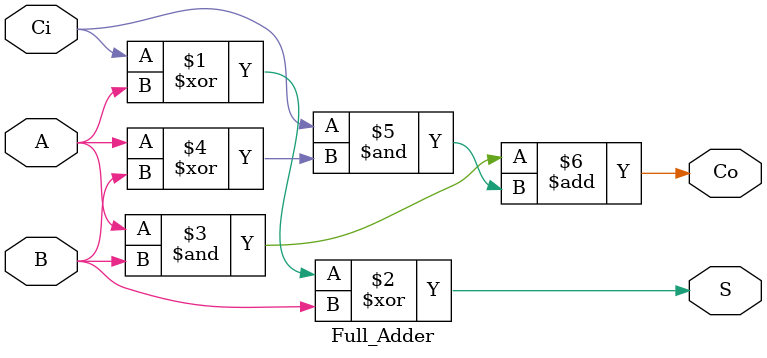
<source format=v>
module Full_Adder(
	input A,B,Ci, //Input values for the addition
	output Co,S   //Output values resulting from the addition
);
assign S = Ci ^ A ^ B;                //Output sum (LSB)
assign Co = (A & B) + (Ci & (A ^ B)); //Output carry (MSB)
endmodule  

</source>
